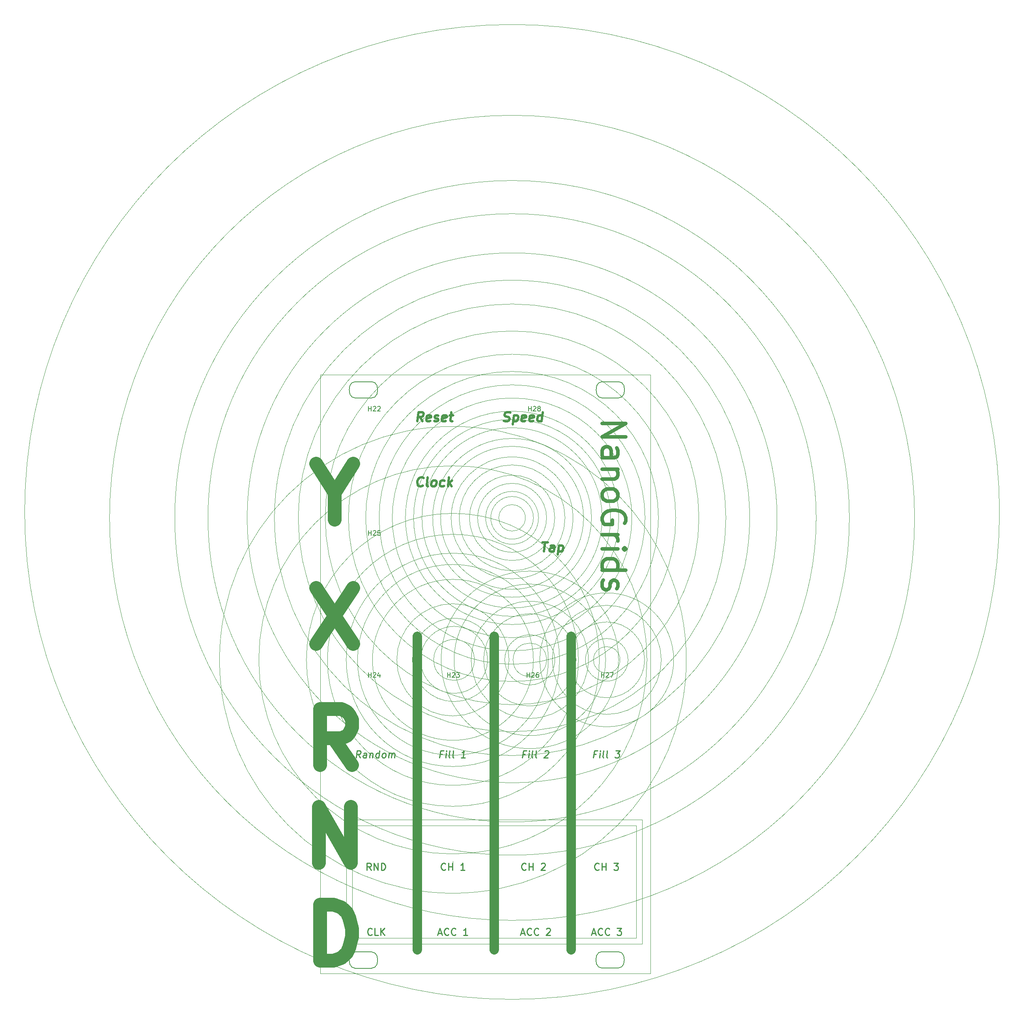
<source format=gbr>
G04 #@! TF.GenerationSoftware,KiCad,Pcbnew,(5.1.6)-1*
G04 #@! TF.CreationDate,2021-07-28T11:52:38+02:00*
G04 #@! TF.ProjectId,Panel,50616e65-6c2e-46b6-9963-61645f706362,rev?*
G04 #@! TF.SameCoordinates,Original*
G04 #@! TF.FileFunction,Legend,Top*
G04 #@! TF.FilePolarity,Positive*
%FSLAX46Y46*%
G04 Gerber Fmt 4.6, Leading zero omitted, Abs format (unit mm)*
G04 Created by KiCad (PCBNEW (5.1.6)-1) date 2021-07-28 11:52:38*
%MOMM*%
%LPD*%
G01*
G04 APERTURE LIST*
G04 #@! TA.AperFunction,Profile*
%ADD10C,0.200000*%
G04 #@! TD*
%ADD11C,0.120000*%
%ADD12C,0.500000*%
%ADD13C,0.750000*%
%ADD14C,3.000000*%
%ADD15C,2.000000*%
%ADD16C,0.250000*%
G04 #@! TA.AperFunction,Profile*
%ADD17C,0.050000*%
G04 #@! TD*
%ADD18C,0.150000*%
G04 APERTURE END LIST*
D10*
X243664396Y-150386200D02*
G75*
G02*
X242518396Y-151229200I-1145666J357000D01*
G01*
X238986400Y-151229200D02*
X242518399Y-151229200D01*
X238986405Y-151229201D02*
G75*
G02*
X237840403Y-150386201I-335J1200001D01*
G01*
X190715196Y-28037000D02*
G75*
G02*
X189569196Y-28880000I-1145666J357000D01*
G01*
X242518399Y-147729200D02*
X238986400Y-147729200D01*
X242518396Y-147729200D02*
G75*
G02*
X243664396Y-148572200I334J-1200000D01*
G01*
X184891205Y-26223001D02*
G75*
G02*
X186037203Y-25380001I1145665J-356999D01*
G01*
X189569196Y-25380000D02*
G75*
G02*
X190715196Y-26223000I334J-1200000D01*
G01*
X186037200Y-28880000D02*
X189569199Y-28880000D01*
X190715196Y-150437000D02*
G75*
G02*
X189569196Y-151280000I-1145666J357000D01*
G01*
X186037200Y-151280000D02*
X189569199Y-151280000D01*
X186037205Y-151280001D02*
G75*
G02*
X184891203Y-150437001I-335J1200001D01*
G01*
X237840402Y-150386199D02*
G75*
G02*
X237840402Y-148572201I2911998J906999D01*
G01*
X184891202Y-28036999D02*
G75*
G02*
X184891202Y-26223001I2911998J906999D01*
G01*
X190715198Y-148623002D02*
G75*
G02*
X190715197Y-150437000I-2911998J-906998D01*
G01*
X184891205Y-148623001D02*
G75*
G02*
X186037203Y-147780001I1145665J-356999D01*
G01*
X189569199Y-147780000D02*
X186037200Y-147780000D01*
X186037205Y-28880001D02*
G75*
G02*
X184891203Y-28037001I-335J1200001D01*
G01*
X189569196Y-147780000D02*
G75*
G02*
X190715196Y-148623000I334J-1200000D01*
G01*
X189569199Y-25380000D02*
X186037200Y-25380000D01*
X243664398Y-148572202D02*
G75*
G02*
X243664397Y-150386200I-2911998J-906998D01*
G01*
X190715198Y-26223002D02*
G75*
G02*
X190715197Y-28037000I-2911998J-906998D01*
G01*
X237840405Y-148572201D02*
G75*
G02*
X238986403Y-147729201I1145665J-356999D01*
G01*
X184891202Y-150436999D02*
G75*
G02*
X184891202Y-148623001I2911998J906999D01*
G01*
X243715196Y-28037000D02*
G75*
G02*
X242569196Y-28880000I-1145666J357000D01*
G01*
X239037205Y-28880001D02*
G75*
G02*
X237891203Y-28037001I-335J1200001D01*
G01*
X242569199Y-25380000D02*
X239037200Y-25380000D01*
X242569196Y-25380000D02*
G75*
G02*
X243715196Y-26223000I334J-1200000D01*
G01*
X237891202Y-28036999D02*
G75*
G02*
X237891202Y-26223001I2911998J906999D01*
G01*
X239037200Y-28880000D02*
X242569199Y-28880000D01*
X243715198Y-26223002D02*
G75*
G02*
X243715197Y-28037000I-2911998J-906998D01*
G01*
X237891205Y-26223001D02*
G75*
G02*
X239037203Y-25380001I1145665J-356999D01*
G01*
D11*
X257106631Y-85090000D02*
G75*
G03*
X257106631Y-85090000I-50096631J0D01*
G01*
X284988494Y-54610000D02*
G75*
G03*
X284988494Y-54610000I-65278494J0D01*
G01*
X265606050Y-54610000D02*
G75*
G03*
X265606050Y-54610000I-45896050J0D01*
G01*
X259810640Y-54610000D02*
G75*
G03*
X259810640Y-54610000I-40100640J0D01*
G01*
X276577077Y-54610000D02*
G75*
G03*
X276577077Y-54610000I-56867077J0D01*
G01*
X292111139Y-54610000D02*
G75*
G03*
X292111139Y-54610000I-72401139J0D01*
G01*
X254836464Y-54610000D02*
G75*
G03*
X254836464Y-54610000I-35126464J0D01*
G01*
X270715957Y-54610000D02*
G75*
G03*
X270715957Y-54610000I-51005957J0D01*
G01*
X306107345Y-54610000D02*
G75*
G03*
X306107345Y-54610000I-86397345J0D01*
G01*
X254398410Y-85090000D02*
G75*
G03*
X254398410Y-85090000I-14368410J0D01*
G01*
X324329020Y-53340000D02*
G75*
G03*
X324329020Y-53340000I-104619020J0D01*
G01*
X248669097Y-85090000D02*
G75*
G03*
X248669097Y-85090000I-41659097J0D01*
G01*
X232785450Y-54610000D02*
G75*
G03*
X232785450Y-54610000I-13075450J0D01*
G01*
X235055468Y-54610000D02*
G75*
G03*
X235055468Y-54610000I-15345468J0D01*
G01*
X225389613Y-54610000D02*
G75*
G03*
X225389613Y-54610000I-5679613J0D01*
G01*
X228868100Y-54610000D02*
G75*
G03*
X228868100Y-54610000I-9158100J0D01*
G01*
X231069225Y-54610000D02*
G75*
G03*
X231069225Y-54610000I-11359225J0D01*
G01*
X227115309Y-54610000D02*
G75*
G03*
X227115309Y-54610000I-7405309J0D01*
G01*
X224289050Y-54610000D02*
G75*
G03*
X224289050Y-54610000I-4579050J0D01*
G01*
X236748838Y-54610000D02*
G75*
G03*
X236748838Y-54610000I-17038838J0D01*
G01*
X239054064Y-54610000D02*
G75*
G03*
X239054064Y-54610000I-19344064J0D01*
G01*
X240847013Y-54610000D02*
G75*
G03*
X240847013Y-54610000I-21137013J0D01*
G01*
X242605251Y-54610000D02*
G75*
G03*
X242605251Y-54610000I-22895251J0D01*
G01*
X238453723Y-85090000D02*
G75*
G03*
X238453723Y-85090000I-31443723J0D01*
G01*
X251128065Y-54610000D02*
G75*
G03*
X251128065Y-54610000I-31418065J0D01*
G01*
X248249700Y-54610000D02*
G75*
G03*
X248249700Y-54610000I-28539700J0D01*
G01*
X245425540Y-54610000D02*
G75*
G03*
X245425540Y-54610000I-25715540J0D01*
G01*
X239783936Y-85090000D02*
G75*
G03*
X239783936Y-85090000I-16263936J0D01*
G01*
X251738821Y-85090000D02*
G75*
G03*
X251738821Y-85090000I-11708821J0D01*
G01*
X242570000Y-85090000D02*
G75*
G03*
X242570000Y-85090000I-19050000J0D01*
G01*
X233950768Y-85090000D02*
G75*
G03*
X233950768Y-85090000I-26940768J0D01*
G01*
X224283868Y-85090000D02*
G75*
G03*
X224283868Y-85090000I-17273868J0D01*
G01*
X227488135Y-85090000D02*
G75*
G03*
X227488135Y-85090000I-20478135J0D01*
G01*
X219058278Y-85090000D02*
G75*
G03*
X219058278Y-85090000I-12048278J0D01*
G01*
X229905251Y-85090000D02*
G75*
G03*
X229905251Y-85090000I-22895251J0D01*
G01*
X233439017Y-85090000D02*
G75*
G03*
X233439017Y-85090000I-9919017J0D01*
G01*
X236092359Y-85090000D02*
G75*
G03*
X236092359Y-85090000I-12572359J0D01*
G01*
X216210467Y-85090000D02*
G75*
G03*
X216210467Y-85090000I-8954402J0D01*
G01*
X211632506Y-85090000D02*
G75*
G03*
X211632506Y-85090000I-4376441J0D01*
G01*
X214451489Y-85090000D02*
G75*
G03*
X214451489Y-85090000I-7195424J0D01*
G01*
X227112102Y-85090000D02*
G75*
G03*
X227112102Y-85090000I-3592102J0D01*
G01*
X228908154Y-85090000D02*
G75*
G03*
X228908154Y-85090000I-5388154J0D01*
G01*
X244609050Y-85090000D02*
G75*
G03*
X244609050Y-85090000I-4579050J0D01*
G01*
X248161968Y-85090000D02*
G75*
G03*
X248161968Y-85090000I-8131968J0D01*
G01*
X242869806Y-85090000D02*
G75*
G03*
X242869806Y-85090000I-2839806J0D01*
G01*
X222549806Y-54610000D02*
G75*
G03*
X222549806Y-54610000I-2839806J0D01*
G01*
D12*
X217950446Y-33829523D02*
X218224255Y-33924761D01*
X218700446Y-33924761D01*
X218902827Y-33829523D01*
X219009970Y-33734285D01*
X219129017Y-33543809D01*
X219152827Y-33353333D01*
X219081398Y-33162857D01*
X218998065Y-33067619D01*
X218819494Y-32972380D01*
X218450446Y-32877142D01*
X218271875Y-32781904D01*
X218188541Y-32686666D01*
X218117113Y-32496190D01*
X218140922Y-32305714D01*
X218259970Y-32115238D01*
X218367113Y-32020000D01*
X218569494Y-31924761D01*
X219045684Y-31924761D01*
X219319494Y-32020000D01*
X220105208Y-32591428D02*
X219855208Y-34591428D01*
X220093303Y-32686666D02*
X220295684Y-32591428D01*
X220676636Y-32591428D01*
X220855208Y-32686666D01*
X220938541Y-32781904D01*
X221009970Y-32972380D01*
X220938541Y-33543809D01*
X220819494Y-33734285D01*
X220712351Y-33829523D01*
X220509970Y-33924761D01*
X220129017Y-33924761D01*
X219950446Y-33829523D01*
X222521875Y-33829523D02*
X222319494Y-33924761D01*
X221938541Y-33924761D01*
X221759970Y-33829523D01*
X221688541Y-33639047D01*
X221783779Y-32877142D01*
X221902827Y-32686666D01*
X222105208Y-32591428D01*
X222486160Y-32591428D01*
X222664732Y-32686666D01*
X222736160Y-32877142D01*
X222712351Y-33067619D01*
X221736160Y-33258095D01*
X224236160Y-33829523D02*
X224033779Y-33924761D01*
X223652827Y-33924761D01*
X223474255Y-33829523D01*
X223402827Y-33639047D01*
X223498065Y-32877142D01*
X223617113Y-32686666D01*
X223819494Y-32591428D01*
X224200446Y-32591428D01*
X224379017Y-32686666D01*
X224450446Y-32877142D01*
X224426636Y-33067619D01*
X223450446Y-33258095D01*
X226033779Y-33924761D02*
X226283779Y-31924761D01*
X226045684Y-33829523D02*
X225843303Y-33924761D01*
X225462351Y-33924761D01*
X225283779Y-33829523D01*
X225200446Y-33734285D01*
X225129017Y-33543809D01*
X225200446Y-32972380D01*
X225319494Y-32781904D01*
X225426636Y-32686666D01*
X225629017Y-32591428D01*
X226009970Y-32591428D01*
X226188541Y-32686666D01*
D13*
X239038095Y-34331904D02*
X244038095Y-34331904D01*
X239038095Y-37189047D01*
X244038095Y-37189047D01*
X239038095Y-41712857D02*
X241657142Y-41712857D01*
X242133333Y-41474761D01*
X242371428Y-40998571D01*
X242371428Y-40046190D01*
X242133333Y-39570000D01*
X239276190Y-41712857D02*
X239038095Y-41236666D01*
X239038095Y-40046190D01*
X239276190Y-39570000D01*
X239752380Y-39331904D01*
X240228571Y-39331904D01*
X240704761Y-39570000D01*
X240942857Y-40046190D01*
X240942857Y-41236666D01*
X241180952Y-41712857D01*
X242371428Y-44093809D02*
X239038095Y-44093809D01*
X241895238Y-44093809D02*
X242133333Y-44331904D01*
X242371428Y-44808095D01*
X242371428Y-45522380D01*
X242133333Y-45998571D01*
X241657142Y-46236666D01*
X239038095Y-46236666D01*
X239038095Y-49331904D02*
X239276190Y-48855714D01*
X239514285Y-48617619D01*
X239990476Y-48379523D01*
X241419047Y-48379523D01*
X241895238Y-48617619D01*
X242133333Y-48855714D01*
X242371428Y-49331904D01*
X242371428Y-50046190D01*
X242133333Y-50522380D01*
X241895238Y-50760476D01*
X241419047Y-50998571D01*
X239990476Y-50998571D01*
X239514285Y-50760476D01*
X239276190Y-50522380D01*
X239038095Y-50046190D01*
X239038095Y-49331904D01*
X243800000Y-55760476D02*
X244038095Y-55284285D01*
X244038095Y-54570000D01*
X243800000Y-53855714D01*
X243323809Y-53379523D01*
X242847619Y-53141428D01*
X241895238Y-52903333D01*
X241180952Y-52903333D01*
X240228571Y-53141428D01*
X239752380Y-53379523D01*
X239276190Y-53855714D01*
X239038095Y-54570000D01*
X239038095Y-55046190D01*
X239276190Y-55760476D01*
X239514285Y-55998571D01*
X241180952Y-55998571D01*
X241180952Y-55046190D01*
X239038095Y-58141428D02*
X242371428Y-58141428D01*
X241419047Y-58141428D02*
X241895238Y-58379523D01*
X242133333Y-58617619D01*
X242371428Y-59093809D01*
X242371428Y-59570000D01*
X239038095Y-61236666D02*
X242371428Y-61236666D01*
X244038095Y-61236666D02*
X243800000Y-60998571D01*
X243561904Y-61236666D01*
X243800000Y-61474761D01*
X244038095Y-61236666D01*
X243561904Y-61236666D01*
X239038095Y-65760476D02*
X244038095Y-65760476D01*
X239276190Y-65760476D02*
X239038095Y-65284285D01*
X239038095Y-64331904D01*
X239276190Y-63855714D01*
X239514285Y-63617619D01*
X239990476Y-63379523D01*
X241419047Y-63379523D01*
X241895238Y-63617619D01*
X242133333Y-63855714D01*
X242371428Y-64331904D01*
X242371428Y-65284285D01*
X242133333Y-65760476D01*
X239276190Y-67903333D02*
X239038095Y-68379523D01*
X239038095Y-69331904D01*
X239276190Y-69808095D01*
X239752380Y-70046190D01*
X239990476Y-70046190D01*
X240466666Y-69808095D01*
X240704761Y-69331904D01*
X240704761Y-68617619D01*
X240942857Y-68141428D01*
X241419047Y-67903333D01*
X241657142Y-67903333D01*
X242133333Y-68141428D01*
X242371428Y-68617619D01*
X242371428Y-69331904D01*
X242133333Y-69808095D01*
D14*
X185324285Y-107618571D02*
X181324285Y-101904285D01*
X178467142Y-107618571D02*
X178467142Y-95618571D01*
X183038571Y-95618571D01*
X184181428Y-96190000D01*
X184752857Y-96761428D01*
X185324285Y-97904285D01*
X185324285Y-99618571D01*
X184752857Y-100761428D01*
X184181428Y-101332857D01*
X183038571Y-101904285D01*
X178467142Y-101904285D01*
X178181428Y-128618571D02*
X178181428Y-116618571D01*
X185038571Y-128618571D01*
X185038571Y-116618571D01*
X178467142Y-149618571D02*
X178467142Y-137618571D01*
X181324285Y-137618571D01*
X183038571Y-138190000D01*
X184181428Y-139332857D01*
X184752857Y-140475714D01*
X185324285Y-142761428D01*
X185324285Y-144475714D01*
X184752857Y-146761428D01*
X184181428Y-147904285D01*
X183038571Y-149047142D01*
X181324285Y-149618571D01*
X178467142Y-149618571D01*
D12*
X226252827Y-59864761D02*
X227395684Y-59864761D01*
X226574255Y-61864761D02*
X226824255Y-59864761D01*
X228669494Y-61864761D02*
X228800446Y-60817142D01*
X228729017Y-60626666D01*
X228550446Y-60531428D01*
X228169494Y-60531428D01*
X227967113Y-60626666D01*
X228681398Y-61769523D02*
X228479017Y-61864761D01*
X228002827Y-61864761D01*
X227824255Y-61769523D01*
X227752827Y-61579047D01*
X227776636Y-61388571D01*
X227895684Y-61198095D01*
X228098065Y-61102857D01*
X228574255Y-61102857D01*
X228776636Y-61007619D01*
X229788541Y-60531428D02*
X229538541Y-62531428D01*
X229776636Y-60626666D02*
X229979017Y-60531428D01*
X230359970Y-60531428D01*
X230538541Y-60626666D01*
X230621875Y-60721904D01*
X230693303Y-60912380D01*
X230621875Y-61483809D01*
X230502827Y-61674285D01*
X230395684Y-61769523D01*
X230193303Y-61864761D01*
X229812351Y-61864761D01*
X229633779Y-61769523D01*
X200531398Y-47704285D02*
X200424255Y-47799523D01*
X200126636Y-47894761D01*
X199936160Y-47894761D01*
X199662351Y-47799523D01*
X199495684Y-47609047D01*
X199424255Y-47418571D01*
X199376636Y-47037619D01*
X199412351Y-46751904D01*
X199555208Y-46370952D01*
X199674255Y-46180476D01*
X199888541Y-45990000D01*
X200186160Y-45894761D01*
X200376636Y-45894761D01*
X200650446Y-45990000D01*
X200733779Y-46085238D01*
X201650446Y-47894761D02*
X201471875Y-47799523D01*
X201400446Y-47609047D01*
X201614732Y-45894761D01*
X202698065Y-47894761D02*
X202519494Y-47799523D01*
X202436160Y-47704285D01*
X202364732Y-47513809D01*
X202436160Y-46942380D01*
X202555208Y-46751904D01*
X202662351Y-46656666D01*
X202864732Y-46561428D01*
X203150446Y-46561428D01*
X203329017Y-46656666D01*
X203412351Y-46751904D01*
X203483779Y-46942380D01*
X203412351Y-47513809D01*
X203293303Y-47704285D01*
X203186160Y-47799523D01*
X202983779Y-47894761D01*
X202698065Y-47894761D01*
X205090922Y-47799523D02*
X204888541Y-47894761D01*
X204507589Y-47894761D01*
X204329017Y-47799523D01*
X204245684Y-47704285D01*
X204174255Y-47513809D01*
X204245684Y-46942380D01*
X204364732Y-46751904D01*
X204471875Y-46656666D01*
X204674255Y-46561428D01*
X205055208Y-46561428D01*
X205233779Y-46656666D01*
X205936160Y-47894761D02*
X206186160Y-45894761D01*
X206221875Y-47132857D02*
X206698065Y-47894761D01*
X206864732Y-46561428D02*
X206007589Y-47323333D01*
X200507589Y-33924761D02*
X199959970Y-32972380D01*
X199364732Y-33924761D02*
X199614732Y-31924761D01*
X200376636Y-31924761D01*
X200555208Y-32020000D01*
X200638541Y-32115238D01*
X200709970Y-32305714D01*
X200674255Y-32591428D01*
X200555208Y-32781904D01*
X200448065Y-32877142D01*
X200245684Y-32972380D01*
X199483779Y-32972380D01*
X202138541Y-33829523D02*
X201936160Y-33924761D01*
X201555208Y-33924761D01*
X201376636Y-33829523D01*
X201305208Y-33639047D01*
X201400446Y-32877142D01*
X201519494Y-32686666D01*
X201721875Y-32591428D01*
X202102827Y-32591428D01*
X202281398Y-32686666D01*
X202352827Y-32877142D01*
X202329017Y-33067619D01*
X201352827Y-33258095D01*
X202995684Y-33829523D02*
X203174255Y-33924761D01*
X203555208Y-33924761D01*
X203757589Y-33829523D01*
X203876636Y-33639047D01*
X203888541Y-33543809D01*
X203817113Y-33353333D01*
X203638541Y-33258095D01*
X203352827Y-33258095D01*
X203174255Y-33162857D01*
X203102827Y-32972380D01*
X203114732Y-32877142D01*
X203233779Y-32686666D01*
X203436160Y-32591428D01*
X203721875Y-32591428D01*
X203900446Y-32686666D01*
X205471875Y-33829523D02*
X205269494Y-33924761D01*
X204888541Y-33924761D01*
X204709970Y-33829523D01*
X204638541Y-33639047D01*
X204733779Y-32877142D01*
X204852827Y-32686666D01*
X205055208Y-32591428D01*
X205436160Y-32591428D01*
X205614732Y-32686666D01*
X205686160Y-32877142D01*
X205662351Y-33067619D01*
X204686160Y-33258095D01*
X206293303Y-32591428D02*
X207055208Y-32591428D01*
X206662351Y-31924761D02*
X206448065Y-33639047D01*
X206519494Y-33829523D01*
X206698065Y-33924761D01*
X206888541Y-33924761D01*
D14*
X181610000Y-49244285D02*
X181610000Y-54958571D01*
X177610000Y-42958571D02*
X181610000Y-49244285D01*
X185610000Y-42958571D01*
X177610000Y-69628571D02*
X185610000Y-81628571D01*
X185610000Y-69628571D02*
X177610000Y-81628571D01*
D11*
X246380000Y-119380000D02*
X184150000Y-119380000D01*
X184150000Y-119380000D02*
X184150000Y-146050000D01*
X184150000Y-146050000D02*
X247650000Y-146050000D01*
X247650000Y-119380000D02*
X247650000Y-146050000D01*
D15*
X232410000Y-80010000D02*
X232410000Y-147320000D01*
X215900000Y-80010000D02*
X215900000Y-147320000D01*
X199390000Y-80010000D02*
X199390000Y-147320000D01*
D16*
X237761919Y-105302857D02*
X237261919Y-105302857D01*
X237163705Y-106088571D02*
X237351205Y-104588571D01*
X238065491Y-104588571D01*
X238449419Y-106088571D02*
X238574419Y-105088571D01*
X238636919Y-104588571D02*
X238556562Y-104660000D01*
X238619062Y-104731428D01*
X238699419Y-104660000D01*
X238636919Y-104588571D01*
X238619062Y-104731428D01*
X239377991Y-106088571D02*
X239244062Y-106017142D01*
X239190491Y-105874285D01*
X239351205Y-104588571D01*
X240163705Y-106088571D02*
X240029776Y-106017142D01*
X239976205Y-105874285D01*
X240136919Y-104588571D01*
X241922633Y-104588571D02*
X242851205Y-104588571D01*
X242279776Y-105160000D01*
X242494062Y-105160000D01*
X242627991Y-105231428D01*
X242690491Y-105302857D01*
X242744062Y-105445714D01*
X242699419Y-105802857D01*
X242610133Y-105945714D01*
X242529776Y-106017142D01*
X242377991Y-106088571D01*
X241949419Y-106088571D01*
X241815491Y-106017142D01*
X241752991Y-105945714D01*
X222521919Y-105302857D02*
X222021919Y-105302857D01*
X221923705Y-106088571D02*
X222111205Y-104588571D01*
X222825491Y-104588571D01*
X223209419Y-106088571D02*
X223334419Y-105088571D01*
X223396919Y-104588571D02*
X223316562Y-104660000D01*
X223379062Y-104731428D01*
X223459419Y-104660000D01*
X223396919Y-104588571D01*
X223379062Y-104731428D01*
X224137991Y-106088571D02*
X224004062Y-106017142D01*
X223950491Y-105874285D01*
X224111205Y-104588571D01*
X224923705Y-106088571D02*
X224789776Y-106017142D01*
X224736205Y-105874285D01*
X224896919Y-104588571D01*
X226736205Y-104731428D02*
X226816562Y-104660000D01*
X226968348Y-104588571D01*
X227325491Y-104588571D01*
X227459419Y-104660000D01*
X227521919Y-104731428D01*
X227575491Y-104874285D01*
X227557633Y-105017142D01*
X227459419Y-105231428D01*
X226495133Y-106088571D01*
X227423705Y-106088571D01*
X204741919Y-105302857D02*
X204241919Y-105302857D01*
X204143705Y-106088571D02*
X204331205Y-104588571D01*
X205045491Y-104588571D01*
X205429419Y-106088571D02*
X205554419Y-105088571D01*
X205616919Y-104588571D02*
X205536562Y-104660000D01*
X205599062Y-104731428D01*
X205679419Y-104660000D01*
X205616919Y-104588571D01*
X205599062Y-104731428D01*
X206357991Y-106088571D02*
X206224062Y-106017142D01*
X206170491Y-105874285D01*
X206331205Y-104588571D01*
X207143705Y-106088571D02*
X207009776Y-106017142D01*
X206956205Y-105874285D01*
X207116919Y-104588571D01*
X209643705Y-106088571D02*
X208786562Y-106088571D01*
X209215133Y-106088571D02*
X209402633Y-104588571D01*
X209232991Y-104802857D01*
X209072276Y-104945714D01*
X208920491Y-105017142D01*
X187097991Y-106088571D02*
X186687276Y-105374285D01*
X186240848Y-106088571D02*
X186428348Y-104588571D01*
X186999776Y-104588571D01*
X187133705Y-104660000D01*
X187196205Y-104731428D01*
X187249776Y-104874285D01*
X187222991Y-105088571D01*
X187133705Y-105231428D01*
X187053348Y-105302857D01*
X186901562Y-105374285D01*
X186330133Y-105374285D01*
X188383705Y-106088571D02*
X188481919Y-105302857D01*
X188428348Y-105160000D01*
X188294419Y-105088571D01*
X188008705Y-105088571D01*
X187856919Y-105160000D01*
X188392633Y-106017142D02*
X188240848Y-106088571D01*
X187883705Y-106088571D01*
X187749776Y-106017142D01*
X187696205Y-105874285D01*
X187714062Y-105731428D01*
X187803348Y-105588571D01*
X187955133Y-105517142D01*
X188312276Y-105517142D01*
X188464062Y-105445714D01*
X189222991Y-105088571D02*
X189097991Y-106088571D01*
X189205133Y-105231428D02*
X189285491Y-105160000D01*
X189437276Y-105088571D01*
X189651562Y-105088571D01*
X189785491Y-105160000D01*
X189839062Y-105302857D01*
X189740848Y-106088571D01*
X191097991Y-106088571D02*
X191285491Y-104588571D01*
X191106919Y-106017142D02*
X190955133Y-106088571D01*
X190669419Y-106088571D01*
X190535491Y-106017142D01*
X190472991Y-105945714D01*
X190419419Y-105802857D01*
X190472991Y-105374285D01*
X190562276Y-105231428D01*
X190642633Y-105160000D01*
X190794419Y-105088571D01*
X191080133Y-105088571D01*
X191214062Y-105160000D01*
X192026562Y-106088571D02*
X191892633Y-106017142D01*
X191830133Y-105945714D01*
X191776562Y-105802857D01*
X191830133Y-105374285D01*
X191919419Y-105231428D01*
X191999776Y-105160000D01*
X192151562Y-105088571D01*
X192365848Y-105088571D01*
X192499776Y-105160000D01*
X192562276Y-105231428D01*
X192615848Y-105374285D01*
X192562276Y-105802857D01*
X192472991Y-105945714D01*
X192392633Y-106017142D01*
X192240848Y-106088571D01*
X192026562Y-106088571D01*
X193169419Y-106088571D02*
X193294419Y-105088571D01*
X193276562Y-105231428D02*
X193356919Y-105160000D01*
X193508705Y-105088571D01*
X193722991Y-105088571D01*
X193856919Y-105160000D01*
X193910491Y-105302857D01*
X193812276Y-106088571D01*
X193910491Y-105302857D02*
X193999776Y-105160000D01*
X194151562Y-105088571D01*
X194365848Y-105088571D01*
X194499776Y-105160000D01*
X194553348Y-105302857D01*
X194455133Y-106088571D01*
X189607142Y-144045714D02*
X189535714Y-144117142D01*
X189321428Y-144188571D01*
X189178571Y-144188571D01*
X188964285Y-144117142D01*
X188821428Y-143974285D01*
X188750000Y-143831428D01*
X188678571Y-143545714D01*
X188678571Y-143331428D01*
X188750000Y-143045714D01*
X188821428Y-142902857D01*
X188964285Y-142760000D01*
X189178571Y-142688571D01*
X189321428Y-142688571D01*
X189535714Y-142760000D01*
X189607142Y-142831428D01*
X190964285Y-144188571D02*
X190250000Y-144188571D01*
X190250000Y-142688571D01*
X191464285Y-144188571D02*
X191464285Y-142688571D01*
X192321428Y-144188571D02*
X191678571Y-143331428D01*
X192321428Y-142688571D02*
X191464285Y-143545714D01*
X189428571Y-130218571D02*
X188928571Y-129504285D01*
X188571428Y-130218571D02*
X188571428Y-128718571D01*
X189142857Y-128718571D01*
X189285714Y-128790000D01*
X189357142Y-128861428D01*
X189428571Y-129004285D01*
X189428571Y-129218571D01*
X189357142Y-129361428D01*
X189285714Y-129432857D01*
X189142857Y-129504285D01*
X188571428Y-129504285D01*
X190071428Y-130218571D02*
X190071428Y-128718571D01*
X190928571Y-130218571D01*
X190928571Y-128718571D01*
X191642857Y-130218571D02*
X191642857Y-128718571D01*
X192000000Y-128718571D01*
X192214285Y-128790000D01*
X192357142Y-128932857D01*
X192428571Y-129075714D01*
X192500000Y-129361428D01*
X192500000Y-129575714D01*
X192428571Y-129861428D01*
X192357142Y-130004285D01*
X192214285Y-130147142D01*
X192000000Y-130218571D01*
X191642857Y-130218571D01*
D11*
X207010000Y-128270000D02*
X207010000Y-129540000D01*
X246380000Y-144780000D02*
X246380000Y-120650000D01*
X185420000Y-144780000D02*
X246380000Y-144780000D01*
X185420000Y-120650000D02*
X185420000Y-144780000D01*
X246380000Y-120650000D02*
X185420000Y-120650000D01*
D16*
X236887142Y-143760000D02*
X237601428Y-143760000D01*
X236744285Y-144188571D02*
X237244285Y-142688571D01*
X237744285Y-144188571D01*
X239101428Y-144045714D02*
X239030000Y-144117142D01*
X238815714Y-144188571D01*
X238672857Y-144188571D01*
X238458571Y-144117142D01*
X238315714Y-143974285D01*
X238244285Y-143831428D01*
X238172857Y-143545714D01*
X238172857Y-143331428D01*
X238244285Y-143045714D01*
X238315714Y-142902857D01*
X238458571Y-142760000D01*
X238672857Y-142688571D01*
X238815714Y-142688571D01*
X239030000Y-142760000D01*
X239101428Y-142831428D01*
X240601428Y-144045714D02*
X240530000Y-144117142D01*
X240315714Y-144188571D01*
X240172857Y-144188571D01*
X239958571Y-144117142D01*
X239815714Y-143974285D01*
X239744285Y-143831428D01*
X239672857Y-143545714D01*
X239672857Y-143331428D01*
X239744285Y-143045714D01*
X239815714Y-142902857D01*
X239958571Y-142760000D01*
X240172857Y-142688571D01*
X240315714Y-142688571D01*
X240530000Y-142760000D01*
X240601428Y-142831428D01*
X242244285Y-142688571D02*
X243172857Y-142688571D01*
X242672857Y-143260000D01*
X242887142Y-143260000D01*
X243030000Y-143331428D01*
X243101428Y-143402857D01*
X243172857Y-143545714D01*
X243172857Y-143902857D01*
X243101428Y-144045714D01*
X243030000Y-144117142D01*
X242887142Y-144188571D01*
X242458571Y-144188571D01*
X242315714Y-144117142D01*
X242244285Y-144045714D01*
X221647142Y-143760000D02*
X222361428Y-143760000D01*
X221504285Y-144188571D02*
X222004285Y-142688571D01*
X222504285Y-144188571D01*
X223861428Y-144045714D02*
X223790000Y-144117142D01*
X223575714Y-144188571D01*
X223432857Y-144188571D01*
X223218571Y-144117142D01*
X223075714Y-143974285D01*
X223004285Y-143831428D01*
X222932857Y-143545714D01*
X222932857Y-143331428D01*
X223004285Y-143045714D01*
X223075714Y-142902857D01*
X223218571Y-142760000D01*
X223432857Y-142688571D01*
X223575714Y-142688571D01*
X223790000Y-142760000D01*
X223861428Y-142831428D01*
X225361428Y-144045714D02*
X225290000Y-144117142D01*
X225075714Y-144188571D01*
X224932857Y-144188571D01*
X224718571Y-144117142D01*
X224575714Y-143974285D01*
X224504285Y-143831428D01*
X224432857Y-143545714D01*
X224432857Y-143331428D01*
X224504285Y-143045714D01*
X224575714Y-142902857D01*
X224718571Y-142760000D01*
X224932857Y-142688571D01*
X225075714Y-142688571D01*
X225290000Y-142760000D01*
X225361428Y-142831428D01*
X227075714Y-142831428D02*
X227147142Y-142760000D01*
X227290000Y-142688571D01*
X227647142Y-142688571D01*
X227790000Y-142760000D01*
X227861428Y-142831428D01*
X227932857Y-142974285D01*
X227932857Y-143117142D01*
X227861428Y-143331428D01*
X227004285Y-144188571D01*
X227932857Y-144188571D01*
X203867142Y-143760000D02*
X204581428Y-143760000D01*
X203724285Y-144188571D02*
X204224285Y-142688571D01*
X204724285Y-144188571D01*
X206081428Y-144045714D02*
X206010000Y-144117142D01*
X205795714Y-144188571D01*
X205652857Y-144188571D01*
X205438571Y-144117142D01*
X205295714Y-143974285D01*
X205224285Y-143831428D01*
X205152857Y-143545714D01*
X205152857Y-143331428D01*
X205224285Y-143045714D01*
X205295714Y-142902857D01*
X205438571Y-142760000D01*
X205652857Y-142688571D01*
X205795714Y-142688571D01*
X206010000Y-142760000D01*
X206081428Y-142831428D01*
X207581428Y-144045714D02*
X207510000Y-144117142D01*
X207295714Y-144188571D01*
X207152857Y-144188571D01*
X206938571Y-144117142D01*
X206795714Y-143974285D01*
X206724285Y-143831428D01*
X206652857Y-143545714D01*
X206652857Y-143331428D01*
X206724285Y-143045714D01*
X206795714Y-142902857D01*
X206938571Y-142760000D01*
X207152857Y-142688571D01*
X207295714Y-142688571D01*
X207510000Y-142760000D01*
X207581428Y-142831428D01*
X210152857Y-144188571D02*
X209295714Y-144188571D01*
X209724285Y-144188571D02*
X209724285Y-142688571D01*
X209581428Y-142902857D01*
X209438571Y-143045714D01*
X209295714Y-143117142D01*
D11*
X247650000Y-119380000D02*
X246380000Y-119380000D01*
D16*
X238351428Y-130075714D02*
X238280000Y-130147142D01*
X238065714Y-130218571D01*
X237922857Y-130218571D01*
X237708571Y-130147142D01*
X237565714Y-130004285D01*
X237494285Y-129861428D01*
X237422857Y-129575714D01*
X237422857Y-129361428D01*
X237494285Y-129075714D01*
X237565714Y-128932857D01*
X237708571Y-128790000D01*
X237922857Y-128718571D01*
X238065714Y-128718571D01*
X238280000Y-128790000D01*
X238351428Y-128861428D01*
X238994285Y-130218571D02*
X238994285Y-128718571D01*
X238994285Y-129432857D02*
X239851428Y-129432857D01*
X239851428Y-130218571D02*
X239851428Y-128718571D01*
X241565714Y-128718571D02*
X242494285Y-128718571D01*
X241994285Y-129290000D01*
X242208571Y-129290000D01*
X242351428Y-129361428D01*
X242422857Y-129432857D01*
X242494285Y-129575714D01*
X242494285Y-129932857D01*
X242422857Y-130075714D01*
X242351428Y-130147142D01*
X242208571Y-130218571D01*
X241780000Y-130218571D01*
X241637142Y-130147142D01*
X241565714Y-130075714D01*
X222682857Y-130075714D02*
X222611428Y-130147142D01*
X222397142Y-130218571D01*
X222254285Y-130218571D01*
X222040000Y-130147142D01*
X221897142Y-130004285D01*
X221825714Y-129861428D01*
X221754285Y-129575714D01*
X221754285Y-129361428D01*
X221825714Y-129075714D01*
X221897142Y-128932857D01*
X222040000Y-128790000D01*
X222254285Y-128718571D01*
X222397142Y-128718571D01*
X222611428Y-128790000D01*
X222682857Y-128861428D01*
X223325714Y-130218571D02*
X223325714Y-128718571D01*
X223325714Y-129432857D02*
X224182857Y-129432857D01*
X224182857Y-130218571D02*
X224182857Y-128718571D01*
X225968571Y-128861428D02*
X226040000Y-128790000D01*
X226182857Y-128718571D01*
X226540000Y-128718571D01*
X226682857Y-128790000D01*
X226754285Y-128861428D01*
X226825714Y-129004285D01*
X226825714Y-129147142D01*
X226754285Y-129361428D01*
X225897142Y-130218571D01*
X226825714Y-130218571D01*
X205402857Y-130075714D02*
X205331428Y-130147142D01*
X205117142Y-130218571D01*
X204974285Y-130218571D01*
X204760000Y-130147142D01*
X204617142Y-130004285D01*
X204545714Y-129861428D01*
X204474285Y-129575714D01*
X204474285Y-129361428D01*
X204545714Y-129075714D01*
X204617142Y-128932857D01*
X204760000Y-128790000D01*
X204974285Y-128718571D01*
X205117142Y-128718571D01*
X205331428Y-128790000D01*
X205402857Y-128861428D01*
X206045714Y-130218571D02*
X206045714Y-128718571D01*
X206045714Y-129432857D02*
X206902857Y-129432857D01*
X206902857Y-130218571D02*
X206902857Y-128718571D01*
X209545714Y-130218571D02*
X208688571Y-130218571D01*
X209117142Y-130218571D02*
X209117142Y-128718571D01*
X208974285Y-128932857D01*
X208831428Y-129075714D01*
X208688571Y-129147142D01*
D17*
X178570000Y-23910000D02*
X249420000Y-23910000D01*
X178570000Y-152400000D02*
X178570000Y-23910000D01*
X178570000Y-152400000D02*
X249420000Y-152400000D01*
X249420000Y-152400000D02*
X249420000Y-23910000D01*
D18*
X223251904Y-31692380D02*
X223251904Y-30692380D01*
X223251904Y-31168571D02*
X223823333Y-31168571D01*
X223823333Y-31692380D02*
X223823333Y-30692380D01*
X224251904Y-30787619D02*
X224299523Y-30740000D01*
X224394761Y-30692380D01*
X224632857Y-30692380D01*
X224728095Y-30740000D01*
X224775714Y-30787619D01*
X224823333Y-30882857D01*
X224823333Y-30978095D01*
X224775714Y-31120952D01*
X224204285Y-31692380D01*
X224823333Y-31692380D01*
X225394761Y-31120952D02*
X225299523Y-31073333D01*
X225251904Y-31025714D01*
X225204285Y-30930476D01*
X225204285Y-30882857D01*
X225251904Y-30787619D01*
X225299523Y-30740000D01*
X225394761Y-30692380D01*
X225585238Y-30692380D01*
X225680476Y-30740000D01*
X225728095Y-30787619D01*
X225775714Y-30882857D01*
X225775714Y-30930476D01*
X225728095Y-31025714D01*
X225680476Y-31073333D01*
X225585238Y-31120952D01*
X225394761Y-31120952D01*
X225299523Y-31168571D01*
X225251904Y-31216190D01*
X225204285Y-31311428D01*
X225204285Y-31501904D01*
X225251904Y-31597142D01*
X225299523Y-31644761D01*
X225394761Y-31692380D01*
X225585238Y-31692380D01*
X225680476Y-31644761D01*
X225728095Y-31597142D01*
X225775714Y-31501904D01*
X225775714Y-31311428D01*
X225728095Y-31216190D01*
X225680476Y-31168571D01*
X225585238Y-31120952D01*
X238891904Y-88842380D02*
X238891904Y-87842380D01*
X238891904Y-88318571D02*
X239463333Y-88318571D01*
X239463333Y-88842380D02*
X239463333Y-87842380D01*
X239891904Y-87937619D02*
X239939523Y-87890000D01*
X240034761Y-87842380D01*
X240272857Y-87842380D01*
X240368095Y-87890000D01*
X240415714Y-87937619D01*
X240463333Y-88032857D01*
X240463333Y-88128095D01*
X240415714Y-88270952D01*
X239844285Y-88842380D01*
X240463333Y-88842380D01*
X240796666Y-87842380D02*
X241463333Y-87842380D01*
X241034761Y-88842380D01*
X222901904Y-88842380D02*
X222901904Y-87842380D01*
X222901904Y-88318571D02*
X223473333Y-88318571D01*
X223473333Y-88842380D02*
X223473333Y-87842380D01*
X223901904Y-87937619D02*
X223949523Y-87890000D01*
X224044761Y-87842380D01*
X224282857Y-87842380D01*
X224378095Y-87890000D01*
X224425714Y-87937619D01*
X224473333Y-88032857D01*
X224473333Y-88128095D01*
X224425714Y-88270952D01*
X223854285Y-88842380D01*
X224473333Y-88842380D01*
X225330476Y-87842380D02*
X225140000Y-87842380D01*
X225044761Y-87890000D01*
X224997142Y-87937619D01*
X224901904Y-88080476D01*
X224854285Y-88270952D01*
X224854285Y-88651904D01*
X224901904Y-88747142D01*
X224949523Y-88794761D01*
X225044761Y-88842380D01*
X225235238Y-88842380D01*
X225330476Y-88794761D01*
X225378095Y-88747142D01*
X225425714Y-88651904D01*
X225425714Y-88413809D01*
X225378095Y-88318571D01*
X225330476Y-88270952D01*
X225235238Y-88223333D01*
X225044761Y-88223333D01*
X224949523Y-88270952D01*
X224901904Y-88318571D01*
X224854285Y-88413809D01*
X188911904Y-58362380D02*
X188911904Y-57362380D01*
X188911904Y-57838571D02*
X189483333Y-57838571D01*
X189483333Y-58362380D02*
X189483333Y-57362380D01*
X189911904Y-57457619D02*
X189959523Y-57410000D01*
X190054761Y-57362380D01*
X190292857Y-57362380D01*
X190388095Y-57410000D01*
X190435714Y-57457619D01*
X190483333Y-57552857D01*
X190483333Y-57648095D01*
X190435714Y-57790952D01*
X189864285Y-58362380D01*
X190483333Y-58362380D01*
X191388095Y-57362380D02*
X190911904Y-57362380D01*
X190864285Y-57838571D01*
X190911904Y-57790952D01*
X191007142Y-57743333D01*
X191245238Y-57743333D01*
X191340476Y-57790952D01*
X191388095Y-57838571D01*
X191435714Y-57933809D01*
X191435714Y-58171904D01*
X191388095Y-58267142D01*
X191340476Y-58314761D01*
X191245238Y-58362380D01*
X191007142Y-58362380D01*
X190911904Y-58314761D01*
X190864285Y-58267142D01*
X188911904Y-88842380D02*
X188911904Y-87842380D01*
X188911904Y-88318571D02*
X189483333Y-88318571D01*
X189483333Y-88842380D02*
X189483333Y-87842380D01*
X189911904Y-87937619D02*
X189959523Y-87890000D01*
X190054761Y-87842380D01*
X190292857Y-87842380D01*
X190388095Y-87890000D01*
X190435714Y-87937619D01*
X190483333Y-88032857D01*
X190483333Y-88128095D01*
X190435714Y-88270952D01*
X189864285Y-88842380D01*
X190483333Y-88842380D01*
X191340476Y-88175714D02*
X191340476Y-88842380D01*
X191102380Y-87794761D02*
X190864285Y-88509047D01*
X191483333Y-88509047D01*
X205871904Y-88842380D02*
X205871904Y-87842380D01*
X205871904Y-88318571D02*
X206443333Y-88318571D01*
X206443333Y-88842380D02*
X206443333Y-87842380D01*
X206871904Y-87937619D02*
X206919523Y-87890000D01*
X207014761Y-87842380D01*
X207252857Y-87842380D01*
X207348095Y-87890000D01*
X207395714Y-87937619D01*
X207443333Y-88032857D01*
X207443333Y-88128095D01*
X207395714Y-88270952D01*
X206824285Y-88842380D01*
X207443333Y-88842380D01*
X207776666Y-87842380D02*
X208395714Y-87842380D01*
X208062380Y-88223333D01*
X208205238Y-88223333D01*
X208300476Y-88270952D01*
X208348095Y-88318571D01*
X208395714Y-88413809D01*
X208395714Y-88651904D01*
X208348095Y-88747142D01*
X208300476Y-88794761D01*
X208205238Y-88842380D01*
X207919523Y-88842380D01*
X207824285Y-88794761D01*
X207776666Y-88747142D01*
X188911904Y-31692380D02*
X188911904Y-30692380D01*
X188911904Y-31168571D02*
X189483333Y-31168571D01*
X189483333Y-31692380D02*
X189483333Y-30692380D01*
X189911904Y-30787619D02*
X189959523Y-30740000D01*
X190054761Y-30692380D01*
X190292857Y-30692380D01*
X190388095Y-30740000D01*
X190435714Y-30787619D01*
X190483333Y-30882857D01*
X190483333Y-30978095D01*
X190435714Y-31120952D01*
X189864285Y-31692380D01*
X190483333Y-31692380D01*
X190864285Y-30787619D02*
X190911904Y-30740000D01*
X191007142Y-30692380D01*
X191245238Y-30692380D01*
X191340476Y-30740000D01*
X191388095Y-30787619D01*
X191435714Y-30882857D01*
X191435714Y-30978095D01*
X191388095Y-31120952D01*
X190816666Y-31692380D01*
X191435714Y-31692380D01*
M02*

</source>
